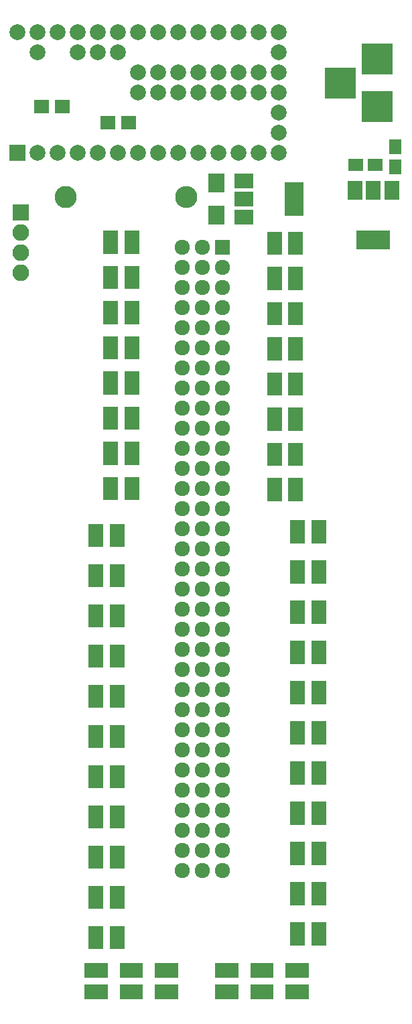
<source format=gts>
G04 #@! TF.FileFunction,Soldermask,Top*
%FSLAX46Y46*%
G04 Gerber Fmt 4.6, Leading zero omitted, Abs format (unit mm)*
G04 Created by KiCad (PCBNEW 4.0.6) date Monday, September 25, 2017 'AMt' 01:13:48 AM*
%MOMM*%
%LPD*%
G01*
G04 APERTURE LIST*
%ADD10C,0.100000*%
%ADD11R,3.900000X3.900000*%
%ADD12C,2.000000*%
%ADD13R,2.000000X2.000000*%
%ADD14R,2.400000X4.200000*%
%ADD15R,2.400000X1.900000*%
%ADD16R,4.200000X2.400000*%
%ADD17R,1.900000X2.400000*%
%ADD18R,2.100000X2.100000*%
%ADD19O,2.100000X2.100000*%
%ADD20R,1.650000X1.900000*%
%ADD21R,1.900000X1.650000*%
%ADD22R,1.960000X1.050000*%
%ADD23R,1.050000X1.960000*%
%ADD24C,2.800000*%
%ADD25O,2.800000X2.800000*%
%ADD26C,1.920000*%
%ADD27R,1.920000X1.920000*%
%ADD28R,1.900000X1.700000*%
%ADD29R,2.100000X2.400000*%
G04 APERTURE END LIST*
D10*
D11*
X167640000Y-66040000D03*
X167640000Y-60040000D03*
X162940000Y-63040000D03*
D12*
X155194000Y-64262000D03*
X155194000Y-61722000D03*
X155194000Y-59182000D03*
X155194000Y-56642000D03*
X155194000Y-66802000D03*
X155194000Y-69342000D03*
X155194000Y-71882000D03*
X152654000Y-56642000D03*
X150114000Y-56642000D03*
X147574000Y-56642000D03*
X145034000Y-56642000D03*
X142494000Y-56642000D03*
X139954000Y-56642000D03*
X137414000Y-56642000D03*
X134874000Y-56642000D03*
X132334000Y-56642000D03*
X129794000Y-56642000D03*
X127254000Y-56642000D03*
X124714000Y-56642000D03*
X122174000Y-56642000D03*
X124714000Y-59182000D03*
X129794000Y-59182000D03*
X132334000Y-59182000D03*
X134874000Y-59182000D03*
X152654000Y-71882000D03*
X150114000Y-71882000D03*
X147574000Y-71882000D03*
X145034000Y-71882000D03*
X142494000Y-71882000D03*
X139954000Y-71882000D03*
X137414000Y-71882000D03*
X134874000Y-71882000D03*
X132334000Y-71882000D03*
X129794000Y-71882000D03*
X127254000Y-71882000D03*
X124714000Y-71882000D03*
D13*
X122174000Y-71882000D03*
D12*
X137414000Y-64262000D03*
X139954000Y-64262000D03*
X142494000Y-64262000D03*
X145034000Y-64262000D03*
X147574000Y-64262000D03*
X150114000Y-64262000D03*
X152654000Y-64262000D03*
X152654000Y-61722000D03*
X150114000Y-61722000D03*
X147574000Y-61722000D03*
X145034000Y-61722000D03*
X142494000Y-61722000D03*
X139954000Y-61722000D03*
X137414000Y-61722000D03*
D14*
X157074000Y-77724000D03*
D15*
X150774000Y-77724000D03*
X150774000Y-80024000D03*
X150774000Y-75424000D03*
D16*
X167132000Y-82906000D03*
D17*
X167132000Y-76606000D03*
X164832000Y-76606000D03*
X169432000Y-76606000D03*
D18*
X122555000Y-79375000D03*
D19*
X122555000Y-81915000D03*
X122555000Y-84455000D03*
X122555000Y-86995000D03*
D20*
X169926000Y-71140000D03*
X169926000Y-73640000D03*
D21*
X164866000Y-73406000D03*
X167366000Y-73406000D03*
D22*
X133905000Y-113350000D03*
X133905000Y-114300000D03*
X133905000Y-115250000D03*
X136605000Y-115250000D03*
X136605000Y-113350000D03*
X136605000Y-114300000D03*
X132063500Y-119255500D03*
X132063500Y-120205500D03*
X132063500Y-121155500D03*
X134763500Y-121155500D03*
X134763500Y-119255500D03*
X134763500Y-120205500D03*
X132063500Y-154815500D03*
X132063500Y-155765500D03*
X132063500Y-156715500D03*
X134763500Y-156715500D03*
X134763500Y-154815500D03*
X134763500Y-155765500D03*
X133905000Y-108905000D03*
X133905000Y-109855000D03*
X133905000Y-110805000D03*
X136605000Y-110805000D03*
X136605000Y-108905000D03*
X136605000Y-109855000D03*
X160227000Y-120711000D03*
X160227000Y-119761000D03*
X160227000Y-118811000D03*
X157527000Y-118811000D03*
X157527000Y-120711000D03*
X157527000Y-119761000D03*
X160227000Y-156271000D03*
X160227000Y-155321000D03*
X160227000Y-154371000D03*
X157527000Y-154371000D03*
X157527000Y-156271000D03*
X157527000Y-155321000D03*
X133905000Y-104460000D03*
X133905000Y-105410000D03*
X133905000Y-106360000D03*
X136605000Y-106360000D03*
X136605000Y-104460000D03*
X136605000Y-105410000D03*
X132063500Y-124335500D03*
X132063500Y-125285500D03*
X132063500Y-126235500D03*
X134763500Y-126235500D03*
X134763500Y-124335500D03*
X134763500Y-125285500D03*
X132063500Y-159895500D03*
X132063500Y-160845500D03*
X132063500Y-161795500D03*
X134763500Y-161795500D03*
X134763500Y-159895500D03*
X134763500Y-160845500D03*
X133905000Y-100015000D03*
X133905000Y-100965000D03*
X133905000Y-101915000D03*
X136605000Y-101915000D03*
X136605000Y-100015000D03*
X136605000Y-100965000D03*
X160227000Y-125791000D03*
X160227000Y-124841000D03*
X160227000Y-123891000D03*
X157527000Y-123891000D03*
X157527000Y-125791000D03*
X157527000Y-124841000D03*
X160227000Y-161351000D03*
X160227000Y-160401000D03*
X160227000Y-159451000D03*
X157527000Y-159451000D03*
X157527000Y-161351000D03*
X157527000Y-160401000D03*
X133905000Y-95570000D03*
X133905000Y-96520000D03*
X133905000Y-97470000D03*
X136605000Y-97470000D03*
X136605000Y-95570000D03*
X136605000Y-96520000D03*
X132063500Y-129415500D03*
X132063500Y-130365500D03*
X132063500Y-131315500D03*
X134763500Y-131315500D03*
X134763500Y-129415500D03*
X134763500Y-130365500D03*
X132063500Y-164975500D03*
X132063500Y-165925500D03*
X132063500Y-166875500D03*
X134763500Y-166875500D03*
X134763500Y-164975500D03*
X134763500Y-165925500D03*
X133905000Y-91125000D03*
X133905000Y-92075000D03*
X133905000Y-93025000D03*
X136605000Y-93025000D03*
X136605000Y-91125000D03*
X136605000Y-92075000D03*
X160227000Y-130871000D03*
X160227000Y-129921000D03*
X160227000Y-128971000D03*
X157527000Y-128971000D03*
X157527000Y-130871000D03*
X157527000Y-129921000D03*
X160227000Y-166431000D03*
X160227000Y-165481000D03*
X160227000Y-164531000D03*
X157527000Y-164531000D03*
X157527000Y-166431000D03*
X157527000Y-165481000D03*
X133905000Y-86680000D03*
X133905000Y-87630000D03*
X133905000Y-88580000D03*
X136605000Y-88580000D03*
X136605000Y-86680000D03*
X136605000Y-87630000D03*
X132063500Y-134495500D03*
X132063500Y-135445500D03*
X132063500Y-136395500D03*
X134763500Y-136395500D03*
X134763500Y-134495500D03*
X134763500Y-135445500D03*
X132063500Y-170055500D03*
X132063500Y-171005500D03*
X132063500Y-171955500D03*
X134763500Y-171955500D03*
X134763500Y-170055500D03*
X134763500Y-171005500D03*
X133905000Y-82235000D03*
X133905000Y-83185000D03*
X133905000Y-84135000D03*
X136605000Y-84135000D03*
X136605000Y-82235000D03*
X136605000Y-83185000D03*
X160227000Y-135951000D03*
X160227000Y-135001000D03*
X160227000Y-134051000D03*
X157527000Y-134051000D03*
X157527000Y-135951000D03*
X157527000Y-135001000D03*
X160227000Y-171511000D03*
X160227000Y-170561000D03*
X160227000Y-169611000D03*
X157527000Y-169611000D03*
X157527000Y-171511000D03*
X157527000Y-170561000D03*
X157306000Y-115377000D03*
X157306000Y-114427000D03*
X157306000Y-113477000D03*
X154606000Y-113477000D03*
X154606000Y-115377000D03*
X154606000Y-114427000D03*
X132063500Y-139575500D03*
X132063500Y-140525500D03*
X132063500Y-141475500D03*
X134763500Y-141475500D03*
X134763500Y-139575500D03*
X134763500Y-140525500D03*
D23*
X133030000Y-175180000D03*
X132080000Y-175180000D03*
X131130000Y-175180000D03*
X131130000Y-177880000D03*
X133030000Y-177880000D03*
X132080000Y-177880000D03*
D22*
X157306000Y-110932000D03*
X157306000Y-109982000D03*
X157306000Y-109032000D03*
X154606000Y-109032000D03*
X154606000Y-110932000D03*
X154606000Y-109982000D03*
X160227000Y-141031000D03*
X160227000Y-140081000D03*
X160227000Y-139131000D03*
X157527000Y-139131000D03*
X157527000Y-141031000D03*
X157527000Y-140081000D03*
D23*
X158430000Y-175180000D03*
X157480000Y-175180000D03*
X156530000Y-175180000D03*
X156530000Y-177880000D03*
X158430000Y-177880000D03*
X157480000Y-177880000D03*
D22*
X157306000Y-106487000D03*
X157306000Y-105537000D03*
X157306000Y-104587000D03*
X154606000Y-104587000D03*
X154606000Y-106487000D03*
X154606000Y-105537000D03*
X132063500Y-144655500D03*
X132063500Y-145605500D03*
X132063500Y-146555500D03*
X134763500Y-146555500D03*
X134763500Y-144655500D03*
X134763500Y-145605500D03*
D23*
X137475000Y-175180000D03*
X136525000Y-175180000D03*
X135575000Y-175180000D03*
X135575000Y-177880000D03*
X137475000Y-177880000D03*
X136525000Y-177880000D03*
D22*
X157306000Y-102042000D03*
X157306000Y-101092000D03*
X157306000Y-100142000D03*
X154606000Y-100142000D03*
X154606000Y-102042000D03*
X154606000Y-101092000D03*
X160227000Y-146111000D03*
X160227000Y-145161000D03*
X160227000Y-144211000D03*
X157527000Y-144211000D03*
X157527000Y-146111000D03*
X157527000Y-145161000D03*
D23*
X153985000Y-175180000D03*
X153035000Y-175180000D03*
X152085000Y-175180000D03*
X152085000Y-177880000D03*
X153985000Y-177880000D03*
X153035000Y-177880000D03*
D22*
X157306000Y-97597000D03*
X157306000Y-96647000D03*
X157306000Y-95697000D03*
X154606000Y-95697000D03*
X154606000Y-97597000D03*
X154606000Y-96647000D03*
X132063500Y-149735500D03*
X132063500Y-150685500D03*
X132063500Y-151635500D03*
X134763500Y-151635500D03*
X134763500Y-149735500D03*
X134763500Y-150685500D03*
D23*
X141920000Y-175180000D03*
X140970000Y-175180000D03*
X140020000Y-175180000D03*
X140020000Y-177880000D03*
X141920000Y-177880000D03*
X140970000Y-177880000D03*
D22*
X157306000Y-93152000D03*
X157306000Y-92202000D03*
X157306000Y-91252000D03*
X154606000Y-91252000D03*
X154606000Y-93152000D03*
X154606000Y-92202000D03*
X160227000Y-151191000D03*
X160227000Y-150241000D03*
X160227000Y-149291000D03*
X157527000Y-149291000D03*
X157527000Y-151191000D03*
X157527000Y-150241000D03*
D23*
X149540000Y-175180000D03*
X148590000Y-175180000D03*
X147640000Y-175180000D03*
X147640000Y-177880000D03*
X149540000Y-177880000D03*
X148590000Y-177880000D03*
D22*
X157306000Y-88707000D03*
X157306000Y-87757000D03*
X157306000Y-86807000D03*
X154606000Y-86807000D03*
X154606000Y-88707000D03*
X154606000Y-87757000D03*
X157306000Y-84262000D03*
X157306000Y-83312000D03*
X157306000Y-82362000D03*
X154606000Y-82362000D03*
X154606000Y-84262000D03*
X154606000Y-83312000D03*
D24*
X128270000Y-77470000D03*
D25*
X143510000Y-77470000D03*
D26*
X148082000Y-88900000D03*
X148082000Y-91440000D03*
X148082000Y-93980000D03*
X148082000Y-96520000D03*
X148082000Y-99060000D03*
X148082000Y-101600000D03*
X148082000Y-104140000D03*
X148082000Y-106680000D03*
X148082000Y-109220000D03*
X148082000Y-111760000D03*
X148082000Y-114300000D03*
X148082000Y-116840000D03*
X148082000Y-119380000D03*
X148082000Y-121920000D03*
X148082000Y-124460000D03*
X148082000Y-127000000D03*
X148082000Y-129540000D03*
X148082000Y-132080000D03*
X148082000Y-134620000D03*
X148082000Y-137160000D03*
X148082000Y-139700000D03*
X148082000Y-142240000D03*
X148082000Y-144780000D03*
X148082000Y-147320000D03*
X148082000Y-149860000D03*
X148082000Y-152400000D03*
X148082000Y-154940000D03*
X148082000Y-157480000D03*
X148082000Y-160020000D03*
X148082000Y-162560000D03*
X148082000Y-86360000D03*
D27*
X148082000Y-83820000D03*
D26*
X145542000Y-83820000D03*
X145542000Y-86360000D03*
X145542000Y-88900000D03*
X145542000Y-91440000D03*
X145542000Y-93980000D03*
X145542000Y-96520000D03*
X145542000Y-99060000D03*
X145542000Y-101600000D03*
X145542000Y-104140000D03*
X145542000Y-106680000D03*
X145542000Y-109220000D03*
X145542000Y-111760000D03*
X145542000Y-114300000D03*
X145542000Y-116840000D03*
X145542000Y-119380000D03*
X145542000Y-121920000D03*
X145542000Y-124460000D03*
X145542000Y-127000000D03*
X145542000Y-129540000D03*
X145542000Y-132080000D03*
X145542000Y-134620000D03*
X145542000Y-137160000D03*
X145542000Y-139700000D03*
X145542000Y-142240000D03*
X145542000Y-144780000D03*
X145542000Y-147320000D03*
X145542000Y-149860000D03*
X145542000Y-152400000D03*
X145542000Y-154940000D03*
X145542000Y-157480000D03*
X145542000Y-160020000D03*
X145542000Y-162560000D03*
X143002000Y-83820000D03*
X143002000Y-86360000D03*
X143002000Y-88900000D03*
X143002000Y-91440000D03*
X143002000Y-93980000D03*
X143002000Y-96520000D03*
X143002000Y-99060000D03*
X143002000Y-101600000D03*
X143002000Y-104140000D03*
X143002000Y-106680000D03*
X143002000Y-109220000D03*
X143002000Y-111760000D03*
X143002000Y-114300000D03*
X143002000Y-116840000D03*
X143002000Y-119380000D03*
X143002000Y-121920000D03*
X143002000Y-124460000D03*
X143002000Y-127000000D03*
X143002000Y-129540000D03*
X143002000Y-132080000D03*
X143002000Y-134620000D03*
X143002000Y-137160000D03*
X143002000Y-139700000D03*
X143002000Y-142240000D03*
X143002000Y-144780000D03*
X143002000Y-147320000D03*
X143002000Y-149860000D03*
X143002000Y-152400000D03*
X143002000Y-154940000D03*
X143002000Y-157480000D03*
X143002000Y-160020000D03*
X143002000Y-162560000D03*
D28*
X125142000Y-66040000D03*
X127842000Y-66040000D03*
X136224000Y-68072000D03*
X133524000Y-68072000D03*
D29*
X147320000Y-79724000D03*
X147320000Y-75724000D03*
M02*

</source>
